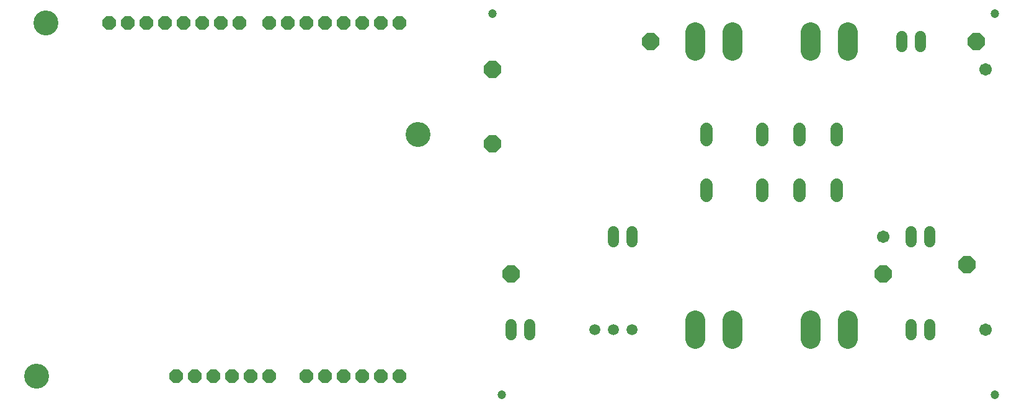
<source format=gts>
G75*
%MOIN*%
%OFA0B0*%
%FSLAX25Y25*%
%IPPOS*%
%LPD*%
%AMOC8*
5,1,8,0,0,1.08239X$1,22.5*
%
%ADD10C,0.04737*%
%ADD11C,0.06000*%
%ADD12C,0.10800*%
%ADD13C,0.06800*%
%ADD14OC8,0.07400*%
%ADD15C,0.13398*%
%ADD16C,0.05950*%
%ADD17OC8,0.09300*%
%ADD18C,0.06706*%
D10*
X0332000Y0018000D03*
X0597000Y0018000D03*
X0597000Y0223000D03*
X0327000Y0223000D03*
D11*
X0547000Y0210600D02*
X0547000Y0205400D01*
X0557000Y0205400D02*
X0557000Y0210600D01*
X0552000Y0105600D02*
X0552000Y0100400D01*
X0562000Y0100400D02*
X0562000Y0105600D01*
X0562000Y0055600D02*
X0562000Y0050400D01*
X0552000Y0050400D02*
X0552000Y0055600D01*
X0402000Y0100400D02*
X0402000Y0105600D01*
X0392000Y0105600D02*
X0392000Y0100400D01*
X0347000Y0055600D02*
X0347000Y0050400D01*
X0337000Y0050400D02*
X0337000Y0055600D01*
D12*
X0436000Y0058000D02*
X0436000Y0048000D01*
X0456000Y0048000D02*
X0456000Y0058000D01*
X0498000Y0058000D02*
X0498000Y0048000D01*
X0518000Y0048000D02*
X0518000Y0058000D01*
X0518000Y0203000D02*
X0518000Y0213000D01*
X0498000Y0213000D02*
X0498000Y0203000D01*
X0456000Y0203000D02*
X0456000Y0213000D01*
X0436000Y0213000D02*
X0436000Y0203000D01*
D13*
X0442000Y0161000D02*
X0442000Y0155000D01*
X0472000Y0155000D02*
X0472000Y0161000D01*
X0492000Y0161000D02*
X0492000Y0155000D01*
X0512000Y0155000D02*
X0512000Y0161000D01*
X0512000Y0131000D02*
X0512000Y0125000D01*
X0492000Y0125000D02*
X0492000Y0131000D01*
X0472000Y0131000D02*
X0472000Y0125000D01*
X0442000Y0125000D02*
X0442000Y0131000D01*
D14*
X0277000Y0218000D03*
X0267000Y0218000D03*
X0257000Y0218000D03*
X0247000Y0218000D03*
X0237000Y0218000D03*
X0227000Y0218000D03*
X0217000Y0218000D03*
X0207000Y0218000D03*
X0191000Y0218000D03*
X0181000Y0218000D03*
X0171000Y0218000D03*
X0161000Y0218000D03*
X0151000Y0218000D03*
X0141000Y0218000D03*
X0131000Y0218000D03*
X0121000Y0218000D03*
X0157000Y0028000D03*
X0167000Y0028000D03*
X0177000Y0028000D03*
X0187000Y0028000D03*
X0197000Y0028000D03*
X0207000Y0028000D03*
X0227000Y0028000D03*
X0237000Y0028000D03*
X0247000Y0028000D03*
X0257000Y0028000D03*
X0267000Y0028000D03*
X0277000Y0028000D03*
D15*
X0082000Y0028000D03*
X0287000Y0158000D03*
X0087000Y0218000D03*
D16*
X0382000Y0053000D03*
X0392000Y0053000D03*
X0402000Y0053000D03*
D17*
X0337000Y0083000D03*
X0327000Y0153000D03*
X0327000Y0193000D03*
X0412000Y0208000D03*
X0587000Y0208000D03*
X0582000Y0088000D03*
X0537000Y0083000D03*
D18*
X0582000Y0088000D03*
X0537000Y0103000D03*
X0592000Y0053000D03*
X0337000Y0083000D03*
X0327000Y0153000D03*
X0327000Y0193000D03*
X0592000Y0193000D03*
M02*

</source>
